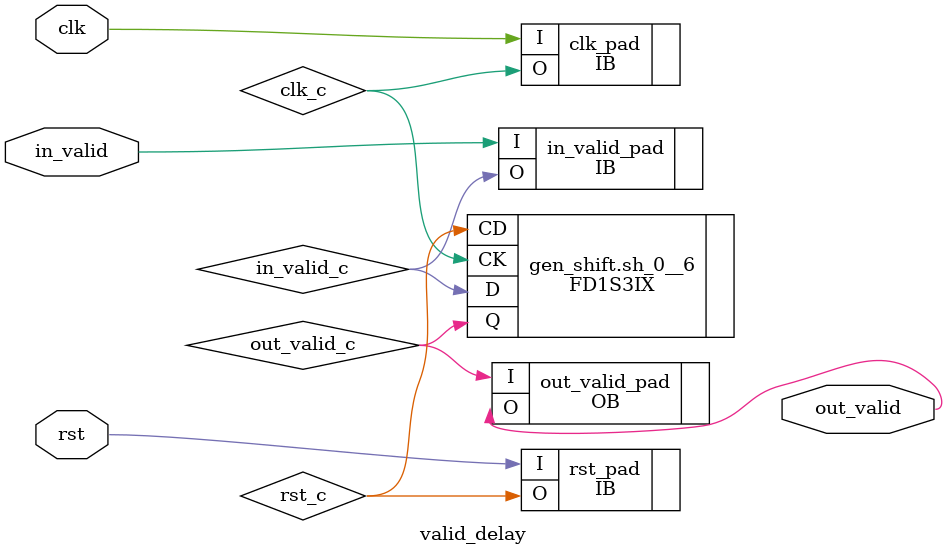
<source format=v>

module valid_delay (clk, rst, in_valid, out_valid) /* synthesis syn_module_defined=1 */ ;   // c:/users/kabum/documents/ci digital/codigos/projeto/conv_22/valid_delay.v(3[8:19])
    input clk;   // c:/users/kabum/documents/ci digital/codigos/projeto/conv_22/valid_delay.v(6[15:18])
    input rst;   // c:/users/kabum/documents/ci digital/codigos/projeto/conv_22/valid_delay.v(7[15:18])
    input in_valid;   // c:/users/kabum/documents/ci digital/codigos/projeto/conv_22/valid_delay.v(8[15:23])
    output out_valid;   // c:/users/kabum/documents/ci digital/codigos/projeto/conv_22/valid_delay.v(9[15:24])
    
    wire clk_c /* synthesis is_clock=1, SET_AS_NETWORK=clk_c */ ;   // c:/users/kabum/documents/ci digital/codigos/projeto/conv_22/valid_delay.v(6[15:18])
    
    wire GND_net, rst_c, in_valid_c, out_valid_c, VCC_net;
    
    VHI i17 (.Z(VCC_net));
    VLO i22 (.Z(GND_net));
    PUR PUR_INST (.PUR(VCC_net));
    defparam PUR_INST.RST_PULSE = 1;
    OB out_valid_pad (.I(out_valid_c), .O(out_valid));   // c:/users/kabum/documents/ci digital/codigos/projeto/conv_22/valid_delay.v(9[15:24])
    IB clk_pad (.I(clk), .O(clk_c));   // c:/users/kabum/documents/ci digital/codigos/projeto/conv_22/valid_delay.v(6[15:18])
    IB rst_pad (.I(rst), .O(rst_c));   // c:/users/kabum/documents/ci digital/codigos/projeto/conv_22/valid_delay.v(7[15:18])
    IB in_valid_pad (.I(in_valid), .O(in_valid_c));   // c:/users/kabum/documents/ci digital/codigos/projeto/conv_22/valid_delay.v(8[15:23])
    GSR GSR_INST (.GSR(VCC_net));
    FD1S3IX \gen_shift.sh_0__6  (.D(in_valid_c), .CK(clk_c), .CD(rst_c), 
            .Q(out_valid_c));   // c:/users/kabum/documents/ci digital/codigos/projeto/conv_22/valid_delay.v(16[14] 19[10])
    defparam \gen_shift.sh_0__6 .GSR = "ENABLED";
    
endmodule
//
// Verilog Description of module PUR
// module not written out since it is a black-box. 
//


</source>
